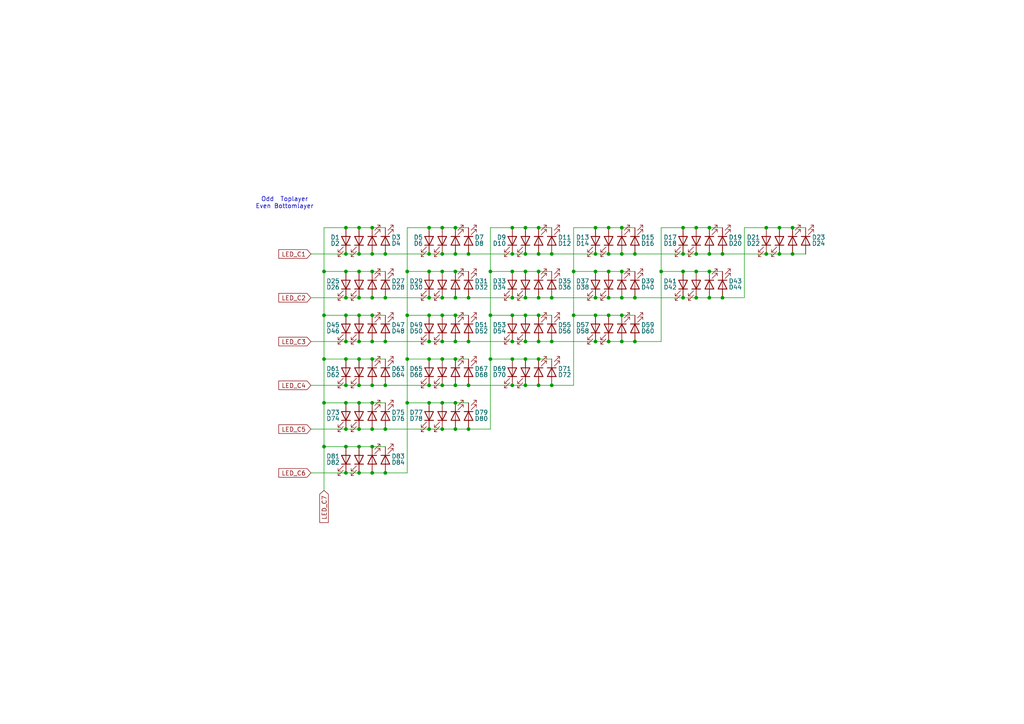
<source format=kicad_sch>
(kicad_sch (version 20250114) (generator "eeschema") (generator_version "9.0")
  (paper "A4")
  (lib_symbols
    (symbol "Device:LED" (pin_numbers (hide yes)) (pin_names (offset 1.016) (hide yes))
      (property "Reference" "D" (at 0 2.54 0))
      (property "Value" "LED" (at 0 -2.54 0))
      (symbol "LED_0_1"
        (polyline (pts (xy -3.048 -0.762) (xy -4.572 -2.286) (xy -3.81 -2.286) (xy -4.572 -2.286) (xy -4.572 -1.524)))
        (polyline (pts (xy -1.778 -0.762) (xy -3.302 -2.286) (xy -2.54 -2.286) (xy -3.302 -2.286) (xy -3.302 -1.524)))
        (polyline (pts (xy -1.27 0) (xy 1.27 0)))
        (polyline (pts (xy -1.27 -1.27) (xy -1.27 1.27)) (stroke (width 0.254)))
        (polyline (pts (xy 1.27 -1.27) (xy 1.27 1.27) (xy -1.27 0) (xy 1.27 -1.27)) (stroke (width 0.254)))
      )
      (symbol "LED_1_1"
        (pin passive line (at -3.81 0 0) (length 2.54) (name "K") (number "1"))
        (pin passive line (at 3.81 0 180) (length 2.54) (name "A") (number "2"))
      )
    )
  )
  (text "Odd  Toplayer\nEven Bottomlayer" (at 82.55 58.928 0) (effects (font (size 1.27 1.27))))
  (junction (at 152.4 91.44))
  (junction (at 148.59 66.04))
  (junction (at 148.59 99.06))
  (junction (at 198.12 66.04))
  (junction (at 156.21 99.06))
  (junction (at 132.08 91.44))
  (junction (at 104.14 116.84))
  (junction (at 104.14 137.16))
  (junction (at 124.46 116.84))
  (junction (at 104.14 66.04))
  (junction (at 135.89 124.46))
  (junction (at 180.34 73.66))
  (junction (at 107.95 73.66))
  (junction (at 132.08 99.06))
  (junction (at 160.02 73.66))
  (junction (at 107.95 91.44))
  (junction (at 156.21 104.14))
  (junction (at 184.15 86.36))
  (junction (at 152.4 104.14))
  (junction (at 111.76 73.66))
  (junction (at 107.95 99.06))
  (junction (at 135.89 73.66))
  (junction (at 135.89 99.06))
  (junction (at 107.95 111.76))
  (junction (at 104.14 124.46))
  (junction (at 124.46 124.46))
  (junction (at 148.59 104.14))
  (junction (at 124.46 73.66))
  (junction (at 100.33 78.74))
  (junction (at 222.25 73.66))
  (junction (at 100.33 99.06))
  (junction (at 124.46 78.74))
  (junction (at 160.02 86.36))
  (junction (at 107.95 124.46))
  (junction (at 156.21 78.74))
  (junction (at 132.08 66.04))
  (junction (at 100.33 129.54))
  (junction (at 107.95 137.16))
  (junction (at 229.87 73.66))
  (junction (at 124.46 111.76))
  (junction (at 172.72 99.06))
  (junction (at 152.4 86.36))
  (junction (at 209.55 73.66))
  (junction (at 222.25 66.04))
  (junction (at 107.95 116.84))
  (junction (at 132.08 73.66))
  (junction (at 118.11 91.44))
  (junction (at 100.33 124.46))
  (junction (at 93.98 91.44))
  (junction (at 104.14 129.54))
  (junction (at 148.59 111.76))
  (junction (at 124.46 86.36))
  (junction (at 104.14 73.66))
  (junction (at 176.53 78.74))
  (junction (at 180.34 86.36))
  (junction (at 205.74 78.74))
  (junction (at 152.4 73.66))
  (junction (at 148.59 91.44))
  (junction (at 176.53 66.04))
  (junction (at 107.95 66.04))
  (junction (at 111.76 86.36))
  (junction (at 135.89 86.36))
  (junction (at 128.27 73.66))
  (junction (at 201.93 86.36))
  (junction (at 100.33 104.14))
  (junction (at 100.33 111.76))
  (junction (at 180.34 66.04))
  (junction (at 142.24 91.44))
  (junction (at 128.27 124.46))
  (junction (at 128.27 111.76))
  (junction (at 104.14 99.06))
  (junction (at 107.95 104.14))
  (junction (at 152.4 111.76))
  (junction (at 156.21 111.76))
  (junction (at 93.98 129.54))
  (junction (at 132.08 111.76))
  (junction (at 107.95 129.54))
  (junction (at 93.98 116.84))
  (junction (at 172.72 86.36))
  (junction (at 148.59 86.36))
  (junction (at 148.59 73.66))
  (junction (at 176.53 99.06))
  (junction (at 176.53 73.66))
  (junction (at 128.27 78.74))
  (junction (at 128.27 116.84))
  (junction (at 201.93 73.66))
  (junction (at 172.72 73.66))
  (junction (at 128.27 104.14))
  (junction (at 128.27 99.06))
  (junction (at 152.4 78.74))
  (junction (at 201.93 66.04))
  (junction (at 124.46 99.06))
  (junction (at 160.02 99.06))
  (junction (at 180.34 78.74))
  (junction (at 118.11 116.84))
  (junction (at 172.72 66.04))
  (junction (at 111.76 99.06))
  (junction (at 205.74 86.36))
  (junction (at 156.21 91.44))
  (junction (at 107.95 86.36))
  (junction (at 104.14 78.74))
  (junction (at 104.14 86.36))
  (junction (at 198.12 73.66))
  (junction (at 124.46 91.44))
  (junction (at 100.33 91.44))
  (junction (at 152.4 99.06))
  (junction (at 172.72 91.44))
  (junction (at 184.15 99.06))
  (junction (at 172.72 78.74))
  (junction (at 100.33 86.36))
  (junction (at 111.76 124.46))
  (junction (at 107.95 78.74))
  (junction (at 205.74 66.04))
  (junction (at 118.11 104.14))
  (junction (at 132.08 86.36))
  (junction (at 156.21 73.66))
  (junction (at 229.87 66.04))
  (junction (at 100.33 137.16))
  (junction (at 198.12 86.36))
  (junction (at 156.21 86.36))
  (junction (at 198.12 78.74))
  (junction (at 176.53 86.36))
  (junction (at 93.98 78.74))
  (junction (at 142.24 78.74))
  (junction (at 166.37 91.44))
  (junction (at 132.08 116.84))
  (junction (at 180.34 91.44))
  (junction (at 184.15 73.66))
  (junction (at 209.55 86.36))
  (junction (at 160.02 111.76))
  (junction (at 148.59 78.74))
  (junction (at 124.46 66.04))
  (junction (at 226.06 66.04))
  (junction (at 118.11 78.74))
  (junction (at 156.21 66.04))
  (junction (at 104.14 111.76))
  (junction (at 180.34 99.06))
  (junction (at 128.27 86.36))
  (junction (at 104.14 91.44))
  (junction (at 152.4 66.04))
  (junction (at 132.08 124.46))
  (junction (at 191.77 78.74))
  (junction (at 226.06 73.66))
  (junction (at 142.24 104.14))
  (junction (at 124.46 104.14))
  (junction (at 100.33 66.04))
  (junction (at 100.33 73.66))
  (junction (at 111.76 137.16))
  (junction (at 201.93 78.74))
  (junction (at 205.74 73.66))
  (junction (at 93.98 104.14))
  (junction (at 135.89 111.76))
  (junction (at 128.27 91.44))
  (junction (at 111.76 111.76))
  (junction (at 132.08 78.74))
  (junction (at 176.53 91.44))
  (junction (at 100.33 116.84))
  (junction (at 104.14 104.14))
  (junction (at 166.37 78.74))
  (junction (at 132.08 104.14))
  (junction (at 128.27 66.04))
  (wire (pts (xy 152.4 78.74) (xy 156.21 78.74)))
  (wire (pts (xy 104.14 91.44) (xy 100.33 91.44)))
  (wire (pts (xy 93.98 91.44) (xy 100.33 91.44)))
  (wire (pts (xy 104.14 104.14) (xy 107.95 104.14)))
  (wire (pts (xy 184.15 99.06) (xy 191.77 99.06)))
  (wire (pts (xy 128.27 124.46) (xy 124.46 124.46)))
  (wire (pts (xy 156.21 78.74) (xy 160.02 78.74)))
  (wire (pts (xy 107.95 86.36) (xy 111.76 86.36)))
  (wire (pts (xy 180.34 86.36) (xy 184.15 86.36)))
  (wire (pts (xy 104.14 111.76) (xy 100.33 111.76)))
  (wire (pts (xy 93.98 78.74) (xy 100.33 78.74)))
  (wire (pts (xy 93.98 129.54) (xy 93.98 116.84)))
  (wire (pts (xy 160.02 99.06) (xy 172.72 99.06)))
  (wire (pts (xy 104.14 124.46) (xy 100.33 124.46)))
  (wire (pts (xy 107.95 116.84) (xy 111.76 116.84)))
  (wire (pts (xy 201.93 86.36) (xy 198.12 86.36)))
  (wire (pts (xy 107.95 78.74) (xy 111.76 78.74)))
  (wire (pts (xy 135.89 99.06) (xy 148.59 99.06)))
  (wire (pts (xy 128.27 99.06) (xy 124.46 99.06)))
  (wire (pts (xy 128.27 111.76) (xy 124.46 111.76)))
  (wire (pts (xy 107.95 111.76) (xy 111.76 111.76)))
  (wire (pts (xy 152.4 73.66) (xy 148.59 73.66)))
  (wire (pts (xy 226.06 73.66) (xy 229.87 73.66)))
  (wire (pts (xy 152.4 66.04) (xy 148.59 66.04)))
  (wire (pts (xy 201.93 86.36) (xy 205.74 86.36)))
  (wire (pts (xy 128.27 111.76) (xy 132.08 111.76)))
  (wire (pts (xy 132.08 91.44) (xy 135.89 91.44)))
  (wire (pts (xy 104.14 86.36) (xy 107.95 86.36)))
  (wire (pts (xy 156.21 104.14) (xy 160.02 104.14)))
  (wire (pts (xy 142.24 78.74) (xy 142.24 66.04)))
  (wire (pts (xy 152.4 66.04) (xy 156.21 66.04)))
  (wire (pts (xy 93.98 78.74) (xy 93.98 66.04)))
  (wire (pts (xy 104.14 111.76) (xy 107.95 111.76)))
  (wire (pts (xy 132.08 66.04) (xy 135.89 66.04)))
  (wire (pts (xy 132.08 111.76) (xy 135.89 111.76)))
  (wire (pts (xy 111.76 124.46) (xy 124.46 124.46)))
  (wire (pts (xy 156.21 86.36) (xy 160.02 86.36)))
  (wire (pts (xy 128.27 78.74) (xy 132.08 78.74)))
  (wire (pts (xy 104.14 104.14) (xy 100.33 104.14)))
  (wire (pts (xy 209.55 86.36) (xy 215.9 86.36)))
  (wire (pts (xy 132.08 86.36) (xy 135.89 86.36)))
  (wire (pts (xy 128.27 124.46) (xy 132.08 124.46)))
  (wire (pts (xy 111.76 111.76) (xy 124.46 111.76)))
  (wire (pts (xy 142.24 66.04) (xy 148.59 66.04)))
  (wire (pts (xy 184.15 73.66) (xy 198.12 73.66)))
  (wire (pts (xy 104.14 116.84) (xy 100.33 116.84)))
  (wire (pts (xy 152.4 78.74) (xy 148.59 78.74)))
  (wire (pts (xy 176.53 91.44) (xy 180.34 91.44)))
  (wire (pts (xy 111.76 137.16) (xy 118.11 137.16)))
  (wire (pts (xy 104.14 78.74) (xy 100.33 78.74)))
  (wire (pts (xy 142.24 78.74) (xy 148.59 78.74)))
  (wire (pts (xy 104.14 99.06) (xy 107.95 99.06)))
  (wire (pts (xy 93.98 66.04) (xy 100.33 66.04)))
  (wire (pts (xy 128.27 86.36) (xy 124.46 86.36)))
  (wire (pts (xy 166.37 91.44) (xy 172.72 91.44)))
  (wire (pts (xy 135.89 73.66) (xy 148.59 73.66)))
  (wire (pts (xy 180.34 99.06) (xy 184.15 99.06)))
  (wire (pts (xy 180.34 78.74) (xy 184.15 78.74)))
  (wire (pts (xy 152.4 91.44) (xy 148.59 91.44)))
  (wire (pts (xy 152.4 111.76) (xy 156.21 111.76)))
  (wire (pts (xy 118.11 78.74) (xy 118.11 66.04)))
  (wire (pts (xy 226.06 66.04) (xy 222.25 66.04)))
  (wire (pts (xy 176.53 99.06) (xy 172.72 99.06)))
  (wire (pts (xy 104.14 129.54) (xy 100.33 129.54)))
  (wire (pts (xy 142.24 124.46) (xy 142.24 104.14)))
  (wire (pts (xy 107.95 99.06) (xy 111.76 99.06)))
  (wire (pts (xy 152.4 73.66) (xy 156.21 73.66)))
  (wire (pts (xy 205.74 86.36) (xy 209.55 86.36)))
  (wire (pts (xy 142.24 104.14) (xy 148.59 104.14)))
  (wire (pts (xy 111.76 99.06) (xy 124.46 99.06)))
  (wire (pts (xy 160.02 86.36) (xy 172.72 86.36)))
  (wire (pts (xy 156.21 99.06) (xy 160.02 99.06)))
  (wire (pts (xy 128.27 104.14) (xy 132.08 104.14)))
  (wire (pts (xy 229.87 66.04) (xy 233.68 66.04)))
  (wire (pts (xy 93.98 104.14) (xy 93.98 91.44)))
  (wire (pts (xy 107.95 73.66) (xy 111.76 73.66)))
  (wire (pts (xy 132.08 104.14) (xy 135.89 104.14)))
  (wire (pts (xy 156.21 111.76) (xy 160.02 111.76)))
  (wire (pts (xy 152.4 111.76) (xy 148.59 111.76)))
  (wire (pts (xy 93.98 104.14) (xy 100.33 104.14)))
  (wire (pts (xy 107.95 91.44) (xy 111.76 91.44)))
  (wire (pts (xy 107.95 104.14) (xy 111.76 104.14)))
  (wire (pts (xy 104.14 129.54) (xy 107.95 129.54)))
  (wire (pts (xy 166.37 78.74) (xy 172.72 78.74)))
  (wire (pts (xy 156.21 73.66) (xy 160.02 73.66)))
  (wire (pts (xy 107.95 129.54) (xy 111.76 129.54)))
  (wire (pts (xy 104.14 99.06) (xy 100.33 99.06)))
  (wire (pts (xy 180.34 66.04) (xy 184.15 66.04)))
  (wire (pts (xy 142.24 91.44) (xy 142.24 78.74)))
  (wire (pts (xy 191.77 99.06) (xy 191.77 78.74)))
  (wire (pts (xy 229.87 73.66) (xy 233.68 73.66)))
  (wire (pts (xy 176.53 73.66) (xy 172.72 73.66)))
  (wire (pts (xy 176.53 73.66) (xy 180.34 73.66)))
  (wire (pts (xy 132.08 124.46) (xy 135.89 124.46)))
  (wire (pts (xy 135.89 124.46) (xy 142.24 124.46)))
  (wire (pts (xy 142.24 104.14) (xy 142.24 91.44)))
  (wire (pts (xy 135.89 86.36) (xy 148.59 86.36)))
  (wire (pts (xy 128.27 66.04) (xy 132.08 66.04)))
  (wire (pts (xy 180.34 73.66) (xy 184.15 73.66)))
  (wire (pts (xy 104.14 137.16) (xy 107.95 137.16)))
  (wire (pts (xy 128.27 104.14) (xy 124.46 104.14)))
  (wire (pts (xy 201.93 73.66) (xy 198.12 73.66)))
  (wire (pts (xy 152.4 91.44) (xy 156.21 91.44)))
  (wire (pts (xy 118.11 116.84) (xy 118.11 104.14)))
  (wire (pts (xy 215.9 66.04) (xy 222.25 66.04)))
  (wire (pts (xy 201.93 66.04) (xy 205.74 66.04)))
  (wire (pts (xy 166.37 66.04) (xy 172.72 66.04)))
  (wire (pts (xy 160.02 111.76) (xy 166.37 111.76)))
  (wire (pts (xy 176.53 91.44) (xy 172.72 91.44)))
  (wire (pts (xy 226.06 73.66) (xy 222.25 73.66)))
  (wire (pts (xy 152.4 86.36) (xy 148.59 86.36)))
  (wire (pts (xy 128.27 73.66) (xy 124.46 73.66)))
  (wire (pts (xy 156.21 91.44) (xy 160.02 91.44)))
  (wire (pts (xy 201.93 78.74) (xy 198.12 78.74)))
  (wire (pts (xy 118.11 116.84) (xy 124.46 116.84)))
  (wire (pts (xy 93.98 116.84) (xy 93.98 104.14)))
  (wire (pts (xy 201.93 66.04) (xy 198.12 66.04)))
  (wire (pts (xy 201.93 73.66) (xy 205.74 73.66)))
  (wire (pts (xy 93.98 129.54) (xy 100.33 129.54)))
  (wire (pts (xy 226.06 66.04) (xy 229.87 66.04)))
  (wire (pts (xy 104.14 73.66) (xy 100.33 73.66)))
  (wire (pts (xy 156.21 66.04) (xy 160.02 66.04)))
  (wire (pts (xy 132.08 99.06) (xy 135.89 99.06)))
  (wire (pts (xy 160.02 73.66) (xy 172.72 73.66)))
  (wire (pts (xy 118.11 66.04) (xy 124.46 66.04)))
  (wire (pts (xy 111.76 73.66) (xy 124.46 73.66)))
  (wire (pts (xy 205.74 73.66) (xy 209.55 73.66)))
  (wire (pts (xy 152.4 99.06) (xy 148.59 99.06)))
  (wire (pts (xy 128.27 99.06) (xy 132.08 99.06)))
  (wire (pts (xy 104.14 137.16) (xy 100.33 137.16)))
  (wire (pts (xy 128.27 73.66) (xy 132.08 73.66)))
  (wire (pts (xy 166.37 91.44) (xy 166.37 78.74)))
  (wire (pts (xy 191.77 78.74) (xy 198.12 78.74)))
  (wire (pts (xy 104.14 116.84) (xy 107.95 116.84)))
  (wire (pts (xy 104.14 66.04) (xy 100.33 66.04)))
  (wire (pts (xy 107.95 124.46) (xy 111.76 124.46)))
  (wire (pts (xy 118.11 104.14) (xy 118.11 91.44)))
  (wire (pts (xy 142.24 91.44) (xy 148.59 91.44)))
  (wire (pts (xy 107.95 66.04) (xy 111.76 66.04)))
  (wire (pts (xy 176.53 86.36) (xy 180.34 86.36)))
  (wire (pts (xy 104.14 73.66) (xy 107.95 73.66)))
  (wire (pts (xy 176.53 86.36) (xy 172.72 86.36)))
  (wire (pts (xy 111.76 86.36) (xy 124.46 86.36)))
  (wire (pts (xy 201.93 78.74) (xy 205.74 78.74)))
  (wire (pts (xy 176.53 78.74) (xy 180.34 78.74)))
  (wire (pts (xy 93.98 142.24) (xy 93.98 129.54)))
  (wire (pts (xy 205.74 66.04) (xy 209.55 66.04)))
  (wire (pts (xy 128.27 91.44) (xy 124.46 91.44)))
  (wire (pts (xy 128.27 66.04) (xy 124.46 66.04)))
  (wire (pts (xy 132.08 78.74) (xy 135.89 78.74)))
  (wire (pts (xy 128.27 116.84) (xy 124.46 116.84)))
  (wire (pts (xy 176.53 66.04) (xy 172.72 66.04)))
  (wire (pts (xy 93.98 116.84) (xy 100.33 116.84)))
  (wire (pts (xy 132.08 73.66) (xy 135.89 73.66)))
  (wire (pts (xy 128.27 116.84) (xy 132.08 116.84)))
  (wire (pts (xy 93.98 91.44) (xy 93.98 78.74)))
  (wire (pts (xy 90.17 86.36) (xy 100.33 86.36)))
  (wire (pts (xy 104.14 91.44) (xy 107.95 91.44)))
  (wire (pts (xy 205.74 78.74) (xy 209.55 78.74)))
  (wire (pts (xy 191.77 66.04) (xy 198.12 66.04)))
  (wire (pts (xy 90.17 73.66) (xy 100.33 73.66)))
  (wire (pts (xy 176.53 78.74) (xy 172.72 78.74)))
  (wire (pts (xy 176.53 66.04) (xy 180.34 66.04)))
  (wire (pts (xy 128.27 78.74) (xy 124.46 78.74)))
  (wire (pts (xy 118.11 78.74) (xy 124.46 78.74)))
  (wire (pts (xy 90.17 111.76) (xy 100.33 111.76)))
  (wire (pts (xy 118.11 104.14) (xy 124.46 104.14)))
  (wire (pts (xy 176.53 99.06) (xy 180.34 99.06)))
  (wire (pts (xy 104.14 86.36) (xy 100.33 86.36)))
  (wire (pts (xy 104.14 78.74) (xy 107.95 78.74)))
  (wire (pts (xy 118.11 137.16) (xy 118.11 116.84)))
  (wire (pts (xy 180.34 91.44) (xy 184.15 91.44)))
  (wire (pts (xy 104.14 124.46) (xy 107.95 124.46)))
  (wire (pts (xy 128.27 86.36) (xy 132.08 86.36)))
  (wire (pts (xy 90.17 137.16) (xy 100.33 137.16)))
  (wire (pts (xy 152.4 104.14) (xy 156.21 104.14)))
  (wire (pts (xy 90.17 124.46) (xy 100.33 124.46)))
  (wire (pts (xy 152.4 86.36) (xy 156.21 86.36)))
  (wire (pts (xy 90.17 99.06) (xy 100.33 99.06)))
  (wire (pts (xy 184.15 86.36) (xy 198.12 86.36)))
  (wire (pts (xy 152.4 104.14) (xy 148.59 104.14)))
  (wire (pts (xy 166.37 111.76) (xy 166.37 91.44)))
  (wire (pts (xy 166.37 78.74) (xy 166.37 66.04)))
  (wire (pts (xy 135.89 111.76) (xy 148.59 111.76)))
  (wire (pts (xy 118.11 91.44) (xy 124.46 91.44)))
  (wire (pts (xy 118.11 91.44) (xy 118.11 78.74)))
  (wire (pts (xy 191.77 78.74) (xy 191.77 66.04)))
  (wire (pts (xy 128.27 91.44) (xy 132.08 91.44)))
  (wire (pts (xy 152.4 99.06) (xy 156.21 99.06)))
  (wire (pts (xy 209.55 73.66) (xy 222.25 73.66)))
  (wire (pts (xy 107.95 137.16) (xy 111.76 137.16)))
  (wire (pts (xy 215.9 86.36) (xy 215.9 66.04)))
  (wire (pts (xy 104.14 66.04) (xy 107.95 66.04)))
  (wire (pts (xy 132.08 116.84) (xy 135.89 116.84)))
  (global_label "LED_C3" (shape input) (at 90.17 99.06 180) (property "Intersheetrefs" "${INTERSHEET_REFS}" (effects (hide yes))))
  (global_label "LED_C7" (shape input) (at 93.98 142.24 270) (property "Intersheetrefs" "${INTERSHEET_REFS}" (effects (hide yes))))
  (global_label "LED_C4" (shape input) (at 90.17 111.76 180) (property "Intersheetrefs" "${INTERSHEET_REFS}" (effects (hide yes))))
  (global_label "LED_C2" (shape input) (at 90.17 86.36 180) (property "Intersheetrefs" "${INTERSHEET_REFS}" (effects (hide yes))))
  (global_label "LED_C6" (shape input) (at 90.17 137.16 180) (property "Intersheetrefs" "${INTERSHEET_REFS}" (effects (hide yes))))
  (global_label "LED_C1" (shape input) (at 90.17 73.66 180) (property "Intersheetrefs" "${INTERSHEET_REFS}" (effects (hide yes))))
  (global_label "LED_C5" (shape input) (at 90.17 124.46 180) (property "Intersheetrefs" "${INTERSHEET_REFS}" (effects (hide yes))))
  (symbol (lib_id "Device:LED") (at 107.95 82.55 90) (mirror x) (unit 1)
    (property "Reference" "D27" (at 113.538 81.534 90) (effects (justify right)))
    (property "Value" "LED" (effects (hide yes)))
    (property "Footprint" "LED_SMD:LED_0603_1608Metric" (effects (hide yes)))
    (property "Description" "Light emitting diode" (effects (hide yes)))
    (property "Sim.Pins" "1=K 2=A" (effects (hide yes)))
  )
  (symbol (lib_id "Device:LED") (at 104.14 82.55 270) (mirror x) (unit 1)
    (property "Reference" "D26" (at 98.552 83.312 90) (effects (justify right)))
    (property "Value" "LED" (effects (hide yes)))
    (property "Footprint" "LED_SMD:LED_0603_1608Metric" (effects (hide yes)))
    (property "Description" "Light emitting diode" (effects (hide yes)))
    (property "Sim.Pins" "1=K 2=A" (effects (hide yes)))
  )
  (symbol (lib_id "Device:LED") (at 156.21 95.25 90) (mirror x) (unit 1)
    (property "Reference" "D55" (at 161.798 94.234 90) (effects (justify right)))
    (property "Value" "LED" (effects (hide yes)))
    (property "Footprint" "LED_SMD:LED_0603_1608Metric" (effects (hide yes)))
    (property "Description" "Light emitting diode" (effects (hide yes)))
    (property "Sim.Pins" "1=K 2=A" (effects (hide yes)))
  )
  (symbol (lib_id "Device:LED") (at 205.74 82.55 90) (mirror x) (unit 1)
    (property "Reference" "D43" (at 211.328 81.534 90) (effects (justify right)))
    (property "Value" "LED" (effects (hide yes)))
    (property "Footprint" "LED_SMD:LED_0603_1608Metric" (effects (hide yes)))
    (property "Description" "Light emitting diode" (effects (hide yes)))
    (property "Sim.Pins" "1=K 2=A" (effects (hide yes)))
  )
  (symbol (lib_id "Device:LED") (at 233.68 69.85 90) (mirror x) (unit 1)
    (property "Reference" "D24" (at 235.458 70.612 90) (effects (justify right)))
    (property "Value" "LED" (effects (hide yes)))
    (property "Footprint" "LED_SMD:LED_0603_1608Metric" (effects (hide yes)))
    (property "Description" "Light emitting diode" (effects (hide yes)))
    (property "Sim.Pins" "1=K 2=A" (effects (hide yes)))
  )
  (symbol (lib_id "Device:LED") (at 135.89 120.65 90) (mirror x) (unit 1)
    (property "Reference" "D80" (at 137.668 121.412 90) (effects (justify right)))
    (property "Value" "LED" (effects (hide yes)))
    (property "Footprint" "LED_SMD:LED_0603_1608Metric" (effects (hide yes)))
    (property "Description" "Light emitting diode" (effects (hide yes)))
    (property "Sim.Pins" "1=K 2=A" (effects (hide yes)))
  )
  (symbol (lib_id "Device:LED") (at 172.72 69.85 270) (mirror x) (unit 1)
    (property "Reference" "D13" (at 170.942 68.834 90) (effects (justify right)))
    (property "Value" "LED" (effects (hide yes)))
    (property "Footprint" "LED_SMD:LED_0603_1608Metric" (effects (hide yes)))
    (property "Description" "Light emitting diode" (effects (hide yes)))
    (property "Sim.Pins" "1=K 2=A" (effects (hide yes)))
  )
  (symbol (lib_id "Device:LED") (at 104.14 120.65 270) (mirror x) (unit 1)
    (property "Reference" "D74" (at 98.552 121.412 90) (effects (justify right)))
    (property "Value" "LED" (effects (hide yes)))
    (property "Footprint" "LED_SMD:LED_0603_1608Metric" (effects (hide yes)))
    (property "Description" "Light emitting diode" (effects (hide yes)))
    (property "Sim.Pins" "1=K 2=A" (effects (hide yes)))
  )
  (symbol (lib_id "Device:LED") (at 176.53 82.55 270) (mirror x) (unit 1)
    (property "Reference" "D38" (at 170.942 83.312 90) (effects (justify right)))
    (property "Value" "LED" (effects (hide yes)))
    (property "Footprint" "LED_SMD:LED_0603_1608Metric" (effects (hide yes)))
    (property "Description" "Light emitting diode" (effects (hide yes)))
    (property "Sim.Pins" "1=K 2=A" (effects (hide yes)))
  )
  (symbol (lib_id "Device:LED") (at 124.46 107.95 270) (mirror x) (unit 1)
    (property "Reference" "D65" (at 122.682 106.934 90) (effects (justify right)))
    (property "Value" "LED" (effects (hide yes)))
    (property "Footprint" "LED_SMD:LED_0603_1608Metric" (effects (hide yes)))
    (property "Description" "Light emitting diode" (effects (hide yes)))
    (property "Sim.Pins" "1=K 2=A" (effects (hide yes)))
  )
  (symbol (lib_id "Device:LED") (at 100.33 120.65 270) (mirror x) (unit 1)
    (property "Reference" "D73" (at 98.552 119.634 90) (effects (justify right)))
    (property "Value" "LED" (effects (hide yes)))
    (property "Footprint" "LED_SMD:LED_0603_1608Metric" (effects (hide yes)))
    (property "Description" "Light emitting diode" (effects (hide yes)))
    (property "Sim.Pins" "1=K 2=A" (effects (hide yes)))
  )
  (symbol (lib_id "Device:LED") (at 209.55 69.85 90) (mirror x) (unit 1)
    (property "Reference" "D20" (at 211.328 70.612 90) (effects (justify right)))
    (property "Value" "LED" (effects (hide yes)))
    (property "Footprint" "LED_SMD:LED_0603_1608Metric" (effects (hide yes)))
    (property "Description" "Light emitting diode" (effects (hide yes)))
    (property "Sim.Pins" "1=K 2=A" (effects (hide yes)))
  )
  (symbol (lib_id "Device:LED") (at 124.46 120.65 270) (mirror x) (unit 1)
    (property "Reference" "D77" (at 122.682 119.634 90) (effects (justify right)))
    (property "Value" "LED" (effects (hide yes)))
    (property "Footprint" "LED_SMD:LED_0603_1608Metric" (effects (hide yes)))
    (property "Description" "Light emitting diode" (effects (hide yes)))
    (property "Sim.Pins" "1=K 2=A" (effects (hide yes)))
  )
  (symbol (lib_id "Device:LED") (at 184.15 82.55 90) (mirror x) (unit 1)
    (property "Reference" "D40" (at 185.928 83.312 90) (effects (justify right)))
    (property "Value" "LED" (effects (hide yes)))
    (property "Footprint" "LED_SMD:LED_0603_1608Metric" (effects (hide yes)))
    (property "Description" "Light emitting diode" (effects (hide yes)))
    (property "Sim.Pins" "1=K 2=A" (effects (hide yes)))
  )
  (symbol (lib_id "Device:LED") (at 172.72 82.55 270) (mirror x) (unit 1)
    (property "Reference" "D37" (at 170.942 81.534 90) (effects (justify right)))
    (property "Value" "LED" (effects (hide yes)))
    (property "Footprint" "LED_SMD:LED_0603_1608Metric" (effects (hide yes)))
    (property "Description" "Light emitting diode" (effects (hide yes)))
    (property "Sim.Pins" "1=K 2=A" (effects (hide yes)))
  )
  (symbol (lib_id "Device:LED") (at 222.25 69.85 270) (mirror x) (unit 1)
    (property "Reference" "D21" (at 220.472 68.834 90) (effects (justify right)))
    (property "Value" "LED" (effects (hide yes)))
    (property "Footprint" "LED_SMD:LED_0603_1608Metric" (effects (hide yes)))
    (property "Description" "Light emitting diode" (effects (hide yes)))
    (property "Sim.Pins" "1=K 2=A" (effects (hide yes)))
  )
  (symbol (lib_id "Device:LED") (at 100.33 69.85 270) (mirror x) (unit 1)
    (property "Reference" "D1" (at 98.552 68.834 90) (effects (justify right)))
    (property "Value" "LED" (effects (hide yes)))
    (property "Footprint" "LED_SMD:LED_0603_1608Metric" (effects (hide yes)))
    (property "Description" "Light emitting diode" (effects (hide yes)))
    (property "Sim.Pins" "1=K 2=A" (effects (hide yes)))
  )
  (symbol (lib_id "Device:LED") (at 152.4 69.85 270) (mirror x) (unit 1)
    (property "Reference" "D10" (at 146.812 70.612 90) (effects (justify right)))
    (property "Value" "LED" (effects (hide yes)))
    (property "Footprint" "LED_SMD:LED_0603_1608Metric" (effects (hide yes)))
    (property "Description" "Light emitting diode" (effects (hide yes)))
    (property "Sim.Pins" "1=K 2=A" (effects (hide yes)))
  )
  (symbol (lib_id "Device:LED") (at 132.08 120.65 90) (mirror x) (unit 1)
    (property "Reference" "D79" (at 137.668 119.634 90) (effects (justify right)))
    (property "Value" "LED" (effects (hide yes)))
    (property "Footprint" "LED_SMD:LED_0603_1608Metric" (effects (hide yes)))
    (property "Description" "Light emitting diode" (effects (hide yes)))
    (property "Sim.Pins" "1=K 2=A" (effects (hide yes)))
  )
  (symbol (lib_id "Device:LED") (at 156.21 107.95 90) (mirror x) (unit 1)
    (property "Reference" "D71" (at 161.798 106.934 90) (effects (justify right)))
    (property "Value" "LED" (effects (hide yes)))
    (property "Footprint" "LED_SMD:LED_0603_1608Metric" (effects (hide yes)))
    (property "Description" "Light emitting diode" (effects (hide yes)))
    (property "Sim.Pins" "1=K 2=A" (effects (hide yes)))
  )
  (symbol (lib_id "Device:LED") (at 100.33 133.35 270) (mirror x) (unit 1)
    (property "Reference" "D81" (at 98.552 132.334 90) (effects (justify right)))
    (property "Value" "LED" (effects (hide yes)))
    (property "Footprint" "LED_SMD:LED_0603_1608Metric" (effects (hide yes)))
    (property "Description" "Light emitting diode" (effects (hide yes)))
    (property "Sim.Pins" "1=K 2=A" (effects (hide yes)))
  )
  (symbol (lib_id "Device:LED") (at 201.93 69.85 270) (mirror x) (unit 1)
    (property "Reference" "D18" (at 196.342 70.612 90) (effects (justify right)))
    (property "Value" "LED" (effects (hide yes)))
    (property "Footprint" "LED_SMD:LED_0603_1608Metric" (effects (hide yes)))
    (property "Description" "Light emitting diode" (effects (hide yes)))
    (property "Sim.Pins" "1=K 2=A" (effects (hide yes)))
  )
  (symbol (lib_id "Device:LED") (at 148.59 95.25 270) (mirror x) (unit 1)
    (property "Reference" "D53" (at 146.812 94.234 90) (effects (justify right)))
    (property "Value" "LED" (effects (hide yes)))
    (property "Footprint" "LED_SMD:LED_0603_1608Metric" (effects (hide yes)))
    (property "Description" "Light emitting diode" (effects (hide yes)))
    (property "Sim.Pins" "1=K 2=A" (effects (hide yes)))
  )
  (symbol (lib_id "Device:LED") (at 107.95 69.85 90) (mirror x) (unit 1)
    (property "Reference" "D3" (at 113.538 68.834 90) (effects (justify right)))
    (property "Value" "LED" (effects (hide yes)))
    (property "Footprint" "LED_SMD:LED_0603_1608Metric" (effects (hide yes)))
    (property "Description" "Light emitting diode" (effects (hide yes)))
    (property "Sim.Pins" "1=K 2=A" (effects (hide yes)))
  )
  (symbol (lib_id "Device:LED") (at 107.95 120.65 90) (mirror x) (unit 1)
    (property "Reference" "D75" (at 113.538 119.634 90) (effects (justify right)))
    (property "Value" "LED" (effects (hide yes)))
    (property "Footprint" "LED_SMD:LED_0603_1608Metric" (effects (hide yes)))
    (property "Description" "Light emitting diode" (effects (hide yes)))
    (property "Sim.Pins" "1=K 2=A" (effects (hide yes)))
  )
  (symbol (lib_id "Device:LED") (at 135.89 69.85 90) (mirror x) (unit 1)
    (property "Reference" "D8" (at 137.668 70.612 90) (effects (justify right)))
    (property "Value" "LED" (effects (hide yes)))
    (property "Footprint" "LED_SMD:LED_0603_1608Metric" (effects (hide yes)))
    (property "Description" "Light emitting diode" (effects (hide yes)))
    (property "Sim.Pins" "1=K 2=A" (effects (hide yes)))
  )
  (symbol (lib_id "Device:LED") (at 176.53 69.85 270) (mirror x) (unit 1)
    (property "Reference" "D14" (at 170.942 70.612 90) (effects (justify right)))
    (property "Value" "LED" (effects (hide yes)))
    (property "Footprint" "LED_SMD:LED_0603_1608Metric" (effects (hide yes)))
    (property "Description" "Light emitting diode" (effects (hide yes)))
    (property "Sim.Pins" "1=K 2=A" (effects (hide yes)))
  )
  (symbol (lib_id "Device:LED") (at 104.14 69.85 270) (mirror x) (unit 1)
    (property "Reference" "D2" (at 98.552 70.612 90) (effects (justify right)))
    (property "Value" "LED" (effects (hide yes)))
    (property "Footprint" "LED_SMD:LED_0603_1608Metric" (effects (hide yes)))
    (property "Description" "Light emitting diode" (effects (hide yes)))
    (property "Sim.Pins" "1=K 2=A" (effects (hide yes)))
  )
  (symbol (lib_id "Device:LED") (at 184.15 69.85 90) (mirror x) (unit 1)
    (property "Reference" "D16" (at 185.928 70.612 90) (effects (justify right)))
    (property "Value" "LED" (effects (hide yes)))
    (property "Footprint" "LED_SMD:LED_0603_1608Metric" (effects (hide yes)))
    (property "Description" "Light emitting diode" (effects (hide yes)))
    (property "Sim.Pins" "1=K 2=A" (effects (hide yes)))
  )
  (symbol (lib_id "Device:LED") (at 132.08 107.95 90) (mirror x) (unit 1)
    (property "Reference" "D67" (at 137.668 106.934 90) (effects (justify right)))
    (property "Value" "LED" (effects (hide yes)))
    (property "Footprint" "LED_SMD:LED_0603_1608Metric" (effects (hide yes)))
    (property "Description" "Light emitting diode" (effects (hide yes)))
    (property "Sim.Pins" "1=K 2=A" (effects (hide yes)))
  )
  (symbol (lib_id "Device:LED") (at 152.4 95.25 270) (mirror x) (unit 1)
    (property "Reference" "D54" (at 146.812 96.012 90) (effects (justify right)))
    (property "Value" "LED" (effects (hide yes)))
    (property "Footprint" "LED_SMD:LED_0603_1608Metric" (effects (hide yes)))
    (property "Description" "Light emitting diode" (effects (hide yes)))
    (property "Sim.Pins" "1=K 2=A" (effects (hide yes)))
  )
  (symbol (lib_id "Device:LED") (at 201.93 82.55 270) (mirror x) (unit 1)
    (property "Reference" "D42" (at 196.342 83.312 90) (effects (justify right)))
    (property "Value" "LED" (effects (hide yes)))
    (property "Footprint" "LED_SMD:LED_0603_1608Metric" (effects (hide yes)))
    (property "Description" "Light emitting diode" (effects (hide yes)))
    (property "Sim.Pins" "1=K 2=A" (effects (hide yes)))
  )
  (symbol (lib_id "Device:LED") (at 152.4 107.95 270) (mirror x) (unit 1)
    (property "Reference" "D70" (at 146.812 108.712 90) (effects (justify right)))
    (property "Value" "LED" (effects (hide yes)))
    (property "Footprint" "LED_SMD:LED_0603_1608Metric" (effects (hide yes)))
    (property "Description" "Light emitting diode" (effects (hide yes)))
    (property "Sim.Pins" "1=K 2=A" (effects (hide yes)))
  )
  (symbol (lib_id "Device:LED") (at 148.59 69.85 270) (mirror x) (unit 1)
    (property "Reference" "D9" (at 146.812 68.834 90) (effects (justify right)))
    (property "Value" "LED" (effects (hide yes)))
    (property "Footprint" "LED_SMD:LED_0603_1608Metric" (effects (hide yes)))
    (property "Description" "Light emitting diode" (effects (hide yes)))
    (property "Sim.Pins" "1=K 2=A" (effects (hide yes)))
  )
  (symbol (lib_id "Device:LED") (at 111.76 82.55 90) (mirror x) (unit 1)
    (property "Reference" "D28" (at 113.538 83.312 90) (effects (justify right)))
    (property "Value" "LED" (effects (hide yes)))
    (property "Footprint" "LED_SMD:LED_0603_1608Metric" (effects (hide yes)))
    (property "Description" "Light emitting diode" (effects (hide yes)))
    (property "Sim.Pins" "1=K 2=A" (effects (hide yes)))
  )
  (symbol (lib_id "Device:LED") (at 111.76 107.95 90) (mirror x) (unit 1)
    (property "Reference" "D64" (at 113.538 108.712 90) (effects (justify right)))
    (property "Value" "LED" (effects (hide yes)))
    (property "Footprint" "LED_SMD:LED_0603_1608Metric" (effects (hide yes)))
    (property "Description" "Light emitting diode" (effects (hide yes)))
    (property "Sim.Pins" "1=K 2=A" (effects (hide yes)))
  )
  (symbol (lib_id "Device:LED") (at 128.27 69.85 270) (mirror x) (unit 1)
    (property "Reference" "D6" (at 122.682 70.612 90) (effects (justify right)))
    (property "Value" "LED" (effects (hide yes)))
    (property "Footprint" "LED_SMD:LED_0603_1608Metric" (effects (hide yes)))
    (property "Description" "Light emitting diode" (effects (hide yes)))
    (property "Sim.Pins" "1=K 2=A" (effects (hide yes)))
  )
  (symbol (lib_id "Device:LED") (at 135.89 95.25 90) (mirror x) (unit 1)
    (property "Reference" "D52" (at 137.668 96.012 90) (effects (justify right)))
    (property "Value" "LED" (effects (hide yes)))
    (property "Footprint" "LED_SMD:LED_0603_1608Metric" (effects (hide yes)))
    (property "Description" "Light emitting diode" (effects (hide yes)))
    (property "Sim.Pins" "1=K 2=A" (effects (hide yes)))
  )
  (symbol (lib_id "Device:LED") (at 148.59 107.95 270) (mirror x) (unit 1)
    (property "Reference" "D69" (at 146.812 106.934 90) (effects (justify right)))
    (property "Value" "LED" (effects (hide yes)))
    (property "Footprint" "LED_SMD:LED_0603_1608Metric" (effects (hide yes)))
    (property "Description" "Light emitting diode" (effects (hide yes)))
    (property "Sim.Pins" "1=K 2=A" (effects (hide yes)))
  )
  (symbol (lib_id "Device:LED") (at 111.76 69.85 90) (mirror x) (unit 1)
    (property "Reference" "D4" (at 113.538 70.612 90) (effects (justify right)))
    (property "Value" "LED" (effects (hide yes)))
    (property "Footprint" "LED_SMD:LED_0603_1608Metric" (effects (hide yes)))
    (property "Description" "Light emitting diode" (effects (hide yes)))
    (property "Sim.Pins" "1=K 2=A" (effects (hide yes)))
  )
  (symbol (lib_id "Device:LED") (at 205.74 69.85 90) (mirror x) (unit 1)
    (property "Reference" "D19" (at 211.328 68.834 90) (effects (justify right)))
    (property "Value" "LED" (effects (hide yes)))
    (property "Footprint" "LED_SMD:LED_0603_1608Metric" (effects (hide yes)))
    (property "Description" "Light emitting diode" (effects (hide yes)))
    (property "Sim.Pins" "1=K 2=A" (effects (hide yes)))
  )
  (symbol (lib_id "Device:LED") (at 111.76 95.25 90) (mirror x) (unit 1)
    (property "Reference" "D48" (at 113.538 96.012 90) (effects (justify right)))
    (property "Value" "LED" (effects (hide yes)))
    (property "Footprint" "LED_SMD:LED_0603_1608Metric" (effects (hide yes)))
    (property "Description" "Light emitting diode" (effects (hide yes)))
    (property "Sim.Pins" "1=K 2=A" (effects (hide yes)))
  )
  (symbol (lib_id "Device:LED") (at 107.95 107.95 90) (mirror x) (unit 1)
    (property "Reference" "D63" (at 113.538 106.934 90) (effects (justify right)))
    (property "Value" "LED" (effects (hide yes)))
    (property "Footprint" "LED_SMD:LED_0603_1608Metric" (effects (hide yes)))
    (property "Description" "Light emitting diode" (effects (hide yes)))
    (property "Sim.Pins" "1=K 2=A" (effects (hide yes)))
  )
  (symbol (lib_id "Device:LED") (at 132.08 82.55 90) (mirror x) (unit 1)
    (property "Reference" "D31" (at 137.668 81.534 90) (effects (justify right)))
    (property "Value" "LED" (effects (hide yes)))
    (property "Footprint" "LED_SMD:LED_0603_1608Metric" (effects (hide yes)))
    (property "Description" "Light emitting diode" (effects (hide yes)))
    (property "Sim.Pins" "1=K 2=A" (effects (hide yes)))
  )
  (symbol (lib_id "Device:LED") (at 160.02 69.85 90) (mirror x) (unit 1)
    (property "Reference" "D12" (at 161.798 70.612 90) (effects (justify right)))
    (property "Value" "LED" (effects (hide yes)))
    (property "Footprint" "LED_SMD:LED_0603_1608Metric" (effects (hide yes)))
    (property "Description" "Light emitting diode" (effects (hide yes)))
    (property "Sim.Pins" "1=K 2=A" (effects (hide yes)))
  )
  (symbol (lib_id "Device:LED") (at 132.08 69.85 90) (mirror x) (unit 1)
    (property "Reference" "D7" (at 137.668 68.834 90) (effects (justify right)))
    (property "Value" "LED" (effects (hide yes)))
    (property "Footprint" "LED_SMD:LED_0603_1608Metric" (effects (hide yes)))
    (property "Description" "Light emitting diode" (effects (hide yes)))
    (property "Sim.Pins" "1=K 2=A" (effects (hide yes)))
  )
  (symbol (lib_id "Device:LED") (at 132.08 95.25 90) (mirror x) (unit 1)
    (property "Reference" "D51" (at 137.668 94.234 90) (effects (justify right)))
    (property "Value" "LED" (effects (hide yes)))
    (property "Footprint" "LED_SMD:LED_0603_1608Metric" (effects (hide yes)))
    (property "Description" "Light emitting diode" (effects (hide yes)))
    (property "Sim.Pins" "1=K 2=A" (effects (hide yes)))
  )
  (symbol (lib_id "Device:LED") (at 176.53 95.25 270) (mirror x) (unit 1)
    (property "Reference" "D58" (at 170.942 96.012 90) (effects (justify right)))
    (property "Value" "LED" (effects (hide yes)))
    (property "Footprint" "LED_SMD:LED_0603_1608Metric" (effects (hide yes)))
    (property "Description" "Light emitting diode" (effects (hide yes)))
    (property "Sim.Pins" "1=K 2=A" (effects (hide yes)))
  )
  (symbol (lib_id "Device:LED") (at 226.06 69.85 270) (mirror x) (unit 1)
    (property "Reference" "D22" (at 220.472 70.612 90) (effects (justify right)))
    (property "Value" "LED" (effects (hide yes)))
    (property "Footprint" "LED_SMD:LED_0603_1608Metric" (effects (hide yes)))
    (property "Description" "Light emitting diode" (effects (hide yes)))
    (property "Sim.Pins" "1=K 2=A" (effects (hide yes)))
  )
  (symbol (lib_id "Device:LED") (at 156.21 69.85 90) (mirror x) (unit 1)
    (property "Reference" "D11" (at 161.798 68.834 90) (effects (justify right)))
    (property "Value" "LED" (effects (hide yes)))
    (property "Footprint" "LED_SMD:LED_0603_1608Metric" (effects (hide yes)))
    (property "Description" "Light emitting diode" (effects (hide yes)))
    (property "Sim.Pins" "1=K 2=A" (effects (hide yes)))
  )
  (symbol (lib_id "Device:LED") (at 148.59 82.55 270) (mirror x) (unit 1)
    (property "Reference" "D33" (at 146.812 81.534 90) (effects (justify right)))
    (property "Value" "LED" (effects (hide yes)))
    (property "Footprint" "LED_SMD:LED_0603_1608Metric" (effects (hide yes)))
    (property "Description" "Light emitting diode" (effects (hide yes)))
    (property "Sim.Pins" "1=K 2=A" (effects (hide yes)))
  )
  (symbol (lib_id "Device:LED") (at 124.46 82.55 270) (mirror x) (unit 1)
    (property "Reference" "D29" (at 122.682 81.534 90) (effects (justify right)))
    (property "Value" "LED" (effects (hide yes)))
    (property "Footprint" "LED_SMD:LED_0603_1608Metric" (effects (hide yes)))
    (property "Description" "Light emitting diode" (effects (hide yes)))
    (property "Sim.Pins" "1=K 2=A" (effects (hide yes)))
  )
  (symbol (lib_id "Device:LED") (at 111.76 133.35 90) (mirror x) (unit 1)
    (property "Reference" "D84" (at 113.538 134.112 90) (effects (justify right)))
    (property "Value" "LED" (effects (hide yes)))
    (property "Footprint" "LED_SMD:LED_0603_1608Metric" (effects (hide yes)))
    (property "Description" "Light emitting diode" (effects (hide yes)))
    (property "Sim.Pins" "1=K 2=A" (effects (hide yes)))
  )
  (symbol (lib_id "Device:LED") (at 128.27 95.25 270) (mirror x) (unit 1)
    (property "Reference" "D50" (at 122.682 96.012 90) (effects (justify right)))
    (property "Value" "LED" (effects (hide yes)))
    (property "Footprint" "LED_SMD:LED_0603_1608Metric" (effects (hide yes)))
    (property "Description" "Light emitting diode" (effects (hide yes)))
    (property "Sim.Pins" "1=K 2=A" (effects (hide yes)))
  )
  (symbol (lib_id "Device:LED") (at 100.33 95.25 270) (mirror x) (unit 1)
    (property "Reference" "D45" (at 98.552 94.234 90) (effects (justify right)))
    (property "Value" "LED" (effects (hide yes)))
    (property "Footprint" "LED_SMD:LED_0603_1608Metric" (effects (hide yes)))
    (property "Description" "Light emitting diode" (effects (hide yes)))
    (property "Sim.Pins" "1=K 2=A" (effects (hide yes)))
  )
  (symbol (lib_id "Device:LED") (at 128.27 107.95 270) (mirror x) (unit 1)
    (property "Reference" "D66" (at 122.682 108.712 90) (effects (justify right)))
    (property "Value" "LED" (effects (hide yes)))
    (property "Footprint" "LED_SMD:LED_0603_1608Metric" (effects (hide yes)))
    (property "Description" "Light emitting diode" (effects (hide yes)))
    (property "Sim.Pins" "1=K 2=A" (effects (hide yes)))
  )
  (symbol (lib_id "Device:LED") (at 172.72 95.25 270) (mirror x) (unit 1)
    (property "Reference" "D57" (at 170.942 94.234 90) (effects (justify right)))
    (property "Value" "LED" (effects (hide yes)))
    (property "Footprint" "LED_SMD:LED_0603_1608Metric" (effects (hide yes)))
    (property "Description" "Light emitting diode" (effects (hide yes)))
    (property "Sim.Pins" "1=K 2=A" (effects (hide yes)))
  )
  (symbol (lib_id "Device:LED") (at 135.89 107.95 90) (mirror x) (unit 1)
    (property "Reference" "D68" (at 137.668 108.712 90) (effects (justify right)))
    (property "Value" "LED" (effects (hide yes)))
    (property "Footprint" "LED_SMD:LED_0603_1608Metric" (effects (hide yes)))
    (property "Description" "Light emitting diode" (effects (hide yes)))
    (property "Sim.Pins" "1=K 2=A" (effects (hide yes)))
  )
  (symbol (lib_id "Device:LED") (at 104.14 133.35 270) (mirror x) (unit 1)
    (property "Reference" "D82" (at 98.552 134.112 90) (effects (justify right)))
    (property "Value" "LED" (effects (hide yes)))
    (property "Footprint" "LED_SMD:LED_0603_1608Metric" (effects (hide yes)))
    (property "Description" "Light emitting diode" (effects (hide yes)))
    (property "Sim.Pins" "1=K 2=A" (effects (hide yes)))
  )
  (symbol (lib_id "Device:LED") (at 209.55 82.55 90) (mirror x) (unit 1)
    (property "Reference" "D44" (at 211.328 83.312 90) (effects (justify right)))
    (property "Value" "LED" (effects (hide yes)))
    (property "Footprint" "LED_SMD:LED_0603_1608Metric" (effects (hide yes)))
    (property "Description" "Light emitting diode" (effects (hide yes)))
    (property "Sim.Pins" "1=K 2=A" (effects (hide yes)))
  )
  (symbol (lib_id "Device:LED") (at 152.4 82.55 270) (mirror x) (unit 1)
    (property "Reference" "D34" (at 146.812 83.312 90) (effects (justify right)))
    (property "Value" "LED" (effects (hide yes)))
    (property "Footprint" "LED_SMD:LED_0603_1608Metric" (effects (hide yes)))
    (property "Description" "Light emitting diode" (effects (hide yes)))
    (property "Sim.Pins" "1=K 2=A" (effects (hide yes)))
  )
  (symbol (lib_id "Device:LED") (at 180.34 95.25 90) (mirror x) (unit 1)
    (property "Reference" "D59" (at 185.928 94.234 90) (effects (justify right)))
    (property "Value" "LED" (effects (hide yes)))
    (property "Footprint" "LED_SMD:LED_0603_1608Metric" (effects (hide yes)))
    (property "Description" "Light emitting diode" (effects (hide yes)))
    (property "Sim.Pins" "1=K 2=A" (effects (hide yes)))
  )
  (symbol (lib_id "Device:LED") (at 124.46 95.25 270) (mirror x) (unit 1)
    (property "Reference" "D49" (at 122.682 94.234 90) (effects (justify right)))
    (property "Value" "LED" (effects (hide yes)))
    (property "Footprint" "LED_SMD:LED_0603_1608Metric" (effects (hide yes)))
    (property "Description" "Light emitting diode" (effects (hide yes)))
    (property "Sim.Pins" "1=K 2=A" (effects (hide yes)))
  )
  (symbol (lib_id "Device:LED") (at 100.33 82.55 270) (mirror x) (unit 1)
    (property "Reference" "D25" (at 98.552 81.534 90) (effects (justify right)))
    (property "Value" "LED" (effects (hide yes)))
    (property "Footprint" "LED_SMD:LED_0603_1608Metric" (effects (hide yes)))
    (property "Description" "Light emitting diode" (effects (hide yes)))
    (property "Sim.Pins" "1=K 2=A" (effects (hide yes)))
  )
  (symbol (lib_id "Device:LED") (at 156.21 82.55 90) (mirror x) (unit 1)
    (property "Reference" "D35" (at 161.798 81.534 90) (effects (justify right)))
    (property "Value" "LED" (effects (hide yes)))
    (property "Footprint" "LED_SMD:LED_0603_1608Metric" (effects (hide yes)))
    (property "Description" "Light emitting diode" (effects (hide yes)))
    (property "Sim.Pins" "1=K 2=A" (effects (hide yes)))
  )
  (symbol (lib_id "Device:LED") (at 160.02 95.25 90) (mirror x) (unit 1)
    (property "Reference" "D56" (at 161.798 96.012 90) (effects (justify right)))
    (property "Value" "LED" (effects (hide yes)))
    (property "Footprint" "LED_SMD:LED_0603_1608Metric" (effects (hide yes)))
    (property "Description" "Light emitting diode" (effects (hide yes)))
    (property "Sim.Pins" "1=K 2=A" (effects (hide yes)))
  )
  (symbol (lib_id "Device:LED") (at 104.14 107.95 270) (mirror x) (unit 1)
    (property "Reference" "D62" (at 98.552 108.712 90) (effects (justify right)))
    (property "Value" "LED" (effects (hide yes)))
    (property "Footprint" "LED_SMD:LED_0603_1608Metric" (effects (hide yes)))
    (property "Description" "Light emitting diode" (effects (hide yes)))
    (property "Sim.Pins" "1=K 2=A" (effects (hide yes)))
  )
  (symbol (lib_id "Device:LED") (at 128.27 82.55 270) (mirror x) (unit 1)
    (property "Reference" "D30" (at 122.682 83.312 90) (effects (justify right)))
    (property "Value" "LED" (effects (hide yes)))
    (property "Footprint" "LED_SMD:LED_0603_1608Metric" (effects (hide yes)))
    (property "Description" "Light emitting diode" (effects (hide yes)))
    (property "Sim.Pins" "1=K 2=A" (effects (hide yes)))
  )
  (symbol (lib_id "Device:LED") (at 107.95 95.25 90) (mirror x) (unit 1)
    (property "Reference" "D47" (at 113.538 94.234 90) (effects (justify right)))
    (property "Value" "LED" (effects (hide yes)))
    (property "Footprint" "LED_SMD:LED_0603_1608Metric" (effects (hide yes)))
    (property "Description" "Light emitting diode" (effects (hide yes)))
    (property "Sim.Pins" "1=K 2=A" (effects (hide yes)))
  )
  (symbol (lib_id "Device:LED") (at 100.33 107.95 270) (mirror x) (unit 1)
    (property "Reference" "D61" (at 98.552 106.934 90) (effects (justify right)))
    (property "Value" "LED" (effects (hide yes)))
    (property "Footprint" "LED_SMD:LED_0603_1608Metric" (effects (hide yes)))
    (property "Description" "Light emitting diode" (effects (hide yes)))
    (property "Sim.Pins" "1=K 2=A" (effects (hide yes)))
  )
  (symbol (lib_id "Device:LED") (at 160.02 107.95 90) (mirror x) (unit 1)
    (property "Reference" "D72" (at 161.798 108.712 90) (effects (justify right)))
    (property "Value" "LED" (effects (hide yes)))
    (property "Footprint" "LED_SMD:LED_0603_1608Metric" (effects (hide yes)))
    (property "Description" "Light emitting diode" (effects (hide yes)))
    (property "Sim.Pins" "1=K 2=A" (effects (hide yes)))
  )
  (symbol (lib_id "Device:LED") (at 160.02 82.55 90) (mirror x) (unit 1)
    (property "Reference" "D36" (at 161.798 83.312 90) (effects (justify right)))
    (property "Value" "LED" (effects (hide yes)))
    (property "Footprint" "LED_SMD:LED_0603_1608Metric" (effects (hide yes)))
    (property "Description" "Light emitting diode" (effects (hide yes)))
    (property "Sim.Pins" "1=K 2=A" (effects (hide yes)))
  )
  (symbol (lib_id "Device:LED") (at 180.34 69.85 90) (mirror x) (unit 1)
    (property "Reference" "D15" (at 185.928 68.834 90) (effects (justify right)))
    (property "Value" "LED" (effects (hide yes)))
    (property "Footprint" "LED_SMD:LED_0603_1608Metric" (effects (hide yes)))
    (property "Description" "Light emitting diode" (effects (hide yes)))
    (property "Sim.Pins" "1=K 2=A" (effects (hide yes)))
  )
  (symbol (lib_id "Device:LED") (at 107.95 133.35 90) (mirror x) (unit 1)
    (property "Reference" "D83" (at 113.538 132.334 90) (effects (justify right)))
    (property "Value" "LED" (effects (hide yes)))
    (property "Footprint" "LED_SMD:LED_0603_1608Metric" (effects (hide yes)))
    (property "Description" "Light emitting diode" (effects (hide yes)))
    (property "Sim.Pins" "1=K 2=A" (effects (hide yes)))
  )
  (symbol (lib_id "Device:LED") (at 180.34 82.55 90) (mirror x) (unit 1)
    (property "Reference" "D39" (at 185.928 81.534 90) (effects (justify right)))
    (property "Value" "LED" (effects (hide yes)))
    (property "Footprint" "LED_SMD:LED_0603_1608Metric" (effects (hide yes)))
    (property "Description" "Light emitting diode" (effects (hide yes)))
    (property "Sim.Pins" "1=K 2=A" (effects (hide yes)))
  )
  (symbol (lib_id "Device:LED") (at 124.46 69.85 270) (mirror x) (unit 1)
    (property "Reference" "D5" (at 122.682 68.834 90) (effects (justify right)))
    (property "Value" "LED" (effects (hide yes)))
    (property "Footprint" "LED_SMD:LED_0603_1608Metric" (effects (hide yes)))
    (property "Description" "Light emitting diode" (effects (hide yes)))
    (property "Sim.Pins" "1=K 2=A" (effects (hide yes)))
  )
  (symbol (lib_id "Device:LED") (at 128.27 120.65 270) (mirror x) (unit 1)
    (property "Reference" "D78" (at 122.682 121.412 90) (effects (justify right)))
    (property "Value" "LED" (effects (hide yes)))
    (property "Footprint" "LED_SMD:LED_0603_1608Metric" (effects (hide yes)))
    (property "Description" "Light emitting diode" (effects (hide yes)))
    (property "Sim.Pins" "1=K 2=A" (effects (hide yes)))
  )
  (symbol (lib_id "Device:LED") (at 229.87 69.85 90) (mirror x) (unit 1)
    (property "Reference" "D23" (at 235.458 68.834 90) (effects (justify right)))
    (property "Value" "LED" (effects (hide yes)))
    (property "Footprint" "LED_SMD:LED_0603_1608Metric" (effects (hide yes)))
    (property "Description" "Light emitting diode" (effects (hide yes)))
    (property "Sim.Pins" "1=K 2=A" (effects (hide yes)))
  )
  (symbol (lib_id "Device:LED") (at 104.14 95.25 270) (mirror x) (unit 1)
    (property "Reference" "D46" (at 98.552 96.012 90) (effects (justify right)))
    (property "Value" "LED" (effects (hide yes)))
    (property "Footprint" "LED_SMD:LED_0603_1608Metric" (effects (hide yes)))
    (property "Description" "Light emitting diode" (effects (hide yes)))
    (property "Sim.Pins" "1=K 2=A" (effects (hide yes)))
  )
  (symbol (lib_id "Device:LED") (at 135.89 82.55 90) (mirror x) (unit 1)
    (property "Reference" "D32" (at 137.668 83.312 90) (effects (justify right)))
    (property "Value" "LED" (effects (hide yes)))
    (property "Footprint" "LED_SMD:LED_0603_1608Metric" (effects (hide yes)))
    (property "Description" "Light emitting diode" (effects (hide yes)))
    (property "Sim.Pins" "1=K 2=A" (effects (hide yes)))
  )
  (symbol (lib_id "Device:LED") (at 184.15 95.25 90) (mirror x) (unit 1)
    (property "Reference" "D60" (at 185.928 96.012 90) (effects (justify right)))
    (property "Value" "LED" (effects (hide yes)))
    (property "Footprint" "LED_SMD:LED_0603_1608Metric" (effects (hide yes)))
    (property "Description" "Light emitting diode" (effects (hide yes)))
    (property "Sim.Pins" "1=K 2=A" (effects (hide yes)))
  )
  (symbol (lib_id "Device:LED") (at 198.12 82.55 270) (mirror x) (unit 1)
    (property "Reference" "D41" (at 196.342 81.534 90) (effects (justify right)))
    (property "Value" "LED" (effects (hide yes)))
    (property "Footprint" "LED_SMD:LED_0603_1608Metric" (effects (hide yes)))
    (property "Description" "Light emitting diode" (effects (hide yes)))
    (property "Sim.Pins" "1=K 2=A" (effects (hide yes)))
  )
  (symbol (lib_id "Device:LED") (at 111.76 120.65 90) (mirror x) (unit 1)
    (property "Reference" "D76" (at 113.538 121.412 90) (effects (justify right)))
    (property "Value" "LED" (effects (hide yes)))
    (property "Footprint" "LED_SMD:LED_0603_1608Metric" (effects (hide yes)))
    (property "Description" "Light emitting diode" (effects (hide yes)))
    (property "Sim.Pins" "1=K 2=A" (effects (hide yes)))
  )
  (symbol (lib_id "Device:LED") (at 198.12 69.85 270) (mirror x) (unit 1)
    (property "Reference" "D17" (at 196.342 68.834 90) (effects (justify right)))
    (property "Value" "LED" (effects (hide yes)))
    (property "Footprint" "LED_SMD:LED_0603_1608Metric" (effects (hide yes)))
    (property "Description" "Light emitting diode" (effects (hide yes)))
    (property "Sim.Pins" "1=K 2=A" (effects (hide yes)))
  )
)
</source>
